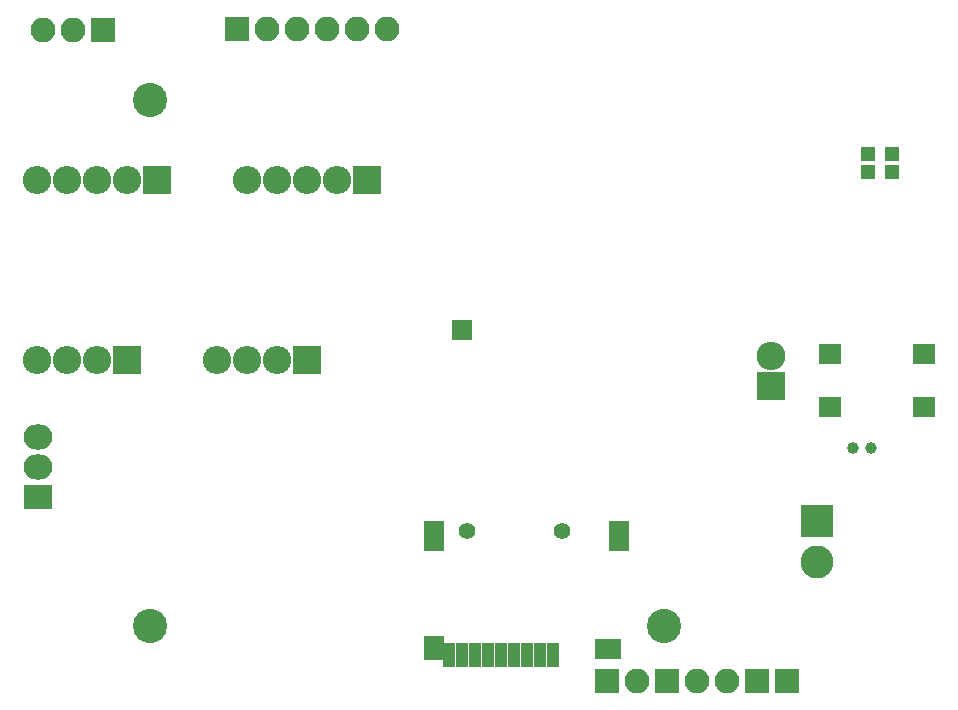
<source format=gbs>
G04 #@! TF.FileFunction,Soldermask,Bot*
%FSLAX46Y46*%
G04 Gerber Fmt 4.6, Leading zero omitted, Abs format (unit mm)*
G04 Created by KiCad (PCBNEW 4.0.7) date 2018 June 20, Wednesday 04:28:19*
%MOMM*%
%LPD*%
G01*
G04 APERTURE LIST*
%ADD10C,0.050000*%
%ADD11C,2.900000*%
%ADD12R,1.289000X1.162000*%
%ADD13C,2.800000*%
%ADD14R,2.800000X2.800000*%
%ADD15R,2.432000X2.432000*%
%ADD16O,2.432000X2.432000*%
%ADD17R,2.100000X2.100000*%
%ADD18O,2.100000X2.100000*%
%ADD19R,1.950000X1.700000*%
%ADD20R,2.432000X2.127200*%
%ADD21O,2.432000X2.127200*%
%ADD22O,2.398980X2.398980*%
%ADD23R,2.398980X2.398980*%
%ADD24C,1.004800*%
%ADD25C,1.009600*%
%ADD26R,1.098500X1.997660*%
%ADD27R,1.799540X1.997660*%
%ADD28R,1.799540X2.599640*%
%ADD29R,2.198320X1.799540*%
%ADD30C,1.400000*%
%ADD31R,1.750000X1.750000*%
G04 APERTURE END LIST*
D10*
D11*
X10190000Y5000000D03*
X53750000Y5000000D03*
D12*
X72990000Y44917000D03*
X72990000Y43393000D03*
X70990000Y44917000D03*
X70990000Y43393000D03*
D13*
X66690000Y10355000D03*
D14*
X66690000Y13855000D03*
D15*
X62750000Y25250000D03*
D16*
X62750000Y27790000D03*
D17*
X6230000Y55455000D03*
D18*
X3690000Y55455000D03*
X1150000Y55455000D03*
D17*
X61600000Y330000D03*
D18*
X59060000Y330000D03*
D17*
X48900000Y330000D03*
D18*
X51440000Y330000D03*
D19*
X67760000Y23505000D03*
X75710000Y23505000D03*
X67760000Y28005000D03*
X75710000Y28005000D03*
D20*
X690000Y15915000D03*
D21*
X690000Y18455000D03*
X690000Y20995000D03*
D17*
X53980000Y330000D03*
D18*
X56520000Y330000D03*
D11*
X10250000Y49500000D03*
D17*
X64140000Y330000D03*
D22*
X640000Y27520000D03*
D23*
X8260000Y27520000D03*
D22*
X5720000Y27520000D03*
X3180000Y27520000D03*
X20960000Y42760000D03*
D23*
X28580000Y42760000D03*
D22*
X26040000Y42760000D03*
X23500000Y42760000D03*
X18420000Y42760000D03*
X15880000Y27520000D03*
D23*
X23500000Y27520000D03*
D22*
X20960000Y27520000D03*
X18420000Y27520000D03*
X3180000Y42760000D03*
D23*
X10800000Y42760000D03*
D22*
X8260000Y42760000D03*
X5720000Y42760000D03*
X640000Y42760000D03*
D17*
X17610000Y55500000D03*
D18*
X20150000Y55500000D03*
X22690000Y55500000D03*
X25230000Y55500000D03*
X27770000Y55500000D03*
X30310000Y55500000D03*
D24*
X71250000Y20000000D03*
D25*
X69750000Y20000000D03*
D26*
X44309300Y2505960D03*
X43209480Y2505960D03*
X42109660Y2505960D03*
X41012380Y2505960D03*
X39912560Y2505960D03*
X38812740Y2505960D03*
X37712920Y2505960D03*
X36613100Y2505960D03*
X35513280Y2505960D03*
D27*
X34212800Y3105400D03*
D28*
X34212800Y12605000D03*
X49910000Y12605000D03*
D29*
X49010840Y3003800D03*
D30*
X45061400Y13005960D03*
X37061400Y13005960D03*
D31*
X36610000Y30005000D03*
M02*

</source>
